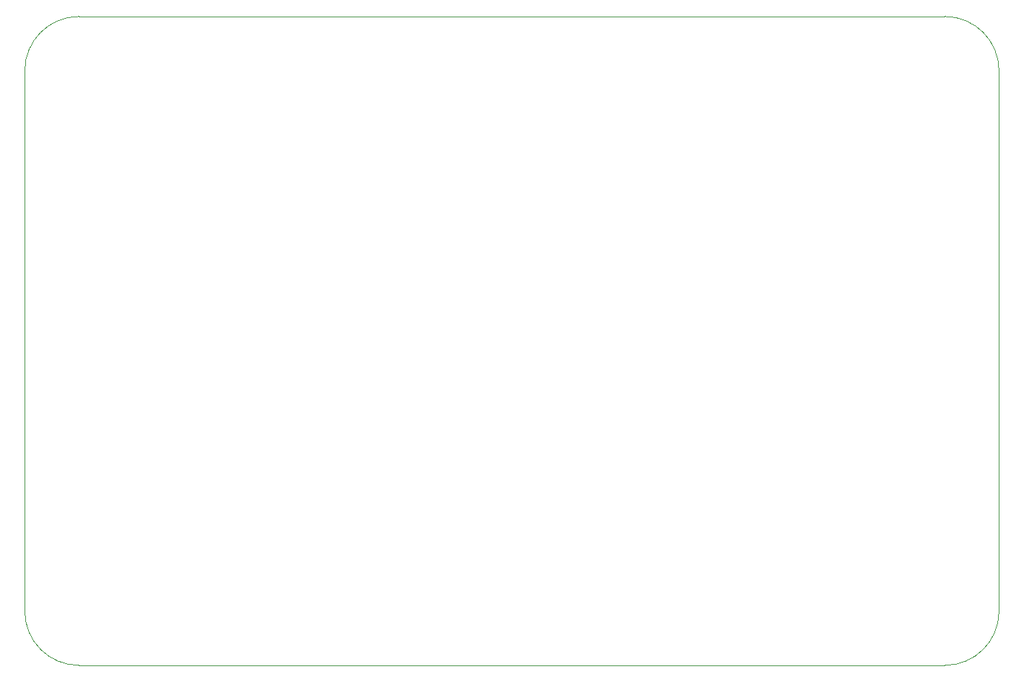
<source format=gbr>
%TF.GenerationSoftware,KiCad,Pcbnew,(6.0.8)*%
%TF.CreationDate,2022-10-28T14:48:27+02:00*%
%TF.ProjectId,XEM8350-BRK-MC1,58454d38-3335-4302-9d42-524b2d4d4331,rev?*%
%TF.SameCoordinates,Original*%
%TF.FileFunction,Profile,NP*%
%FSLAX46Y46*%
G04 Gerber Fmt 4.6, Leading zero omitted, Abs format (unit mm)*
G04 Created by KiCad (PCBNEW (6.0.8)) date 2022-10-28 14:48:27*
%MOMM*%
%LPD*%
G01*
G04 APERTURE LIST*
%TA.AperFunction,Profile*%
%ADD10C,0.100000*%
%TD*%
G04 APERTURE END LIST*
D10*
X88900000Y-146050000D02*
X190500000Y-146050000D01*
X190500000Y-69850000D02*
X88900000Y-69850000D01*
X190500000Y-146050000D02*
G75*
G03*
X196850000Y-139700000I0J6350000D01*
G01*
X196850000Y-139700000D02*
X196850000Y-76200000D01*
X196850000Y-76200000D02*
G75*
G03*
X190500000Y-69850000I-6350000J0D01*
G01*
X82550000Y-139700000D02*
G75*
G03*
X88900000Y-146050000I6350000J0D01*
G01*
X88900000Y-69850000D02*
G75*
G03*
X82550000Y-76200000I0J-6350000D01*
G01*
X82550000Y-76200000D02*
X82550000Y-139700000D01*
M02*

</source>
